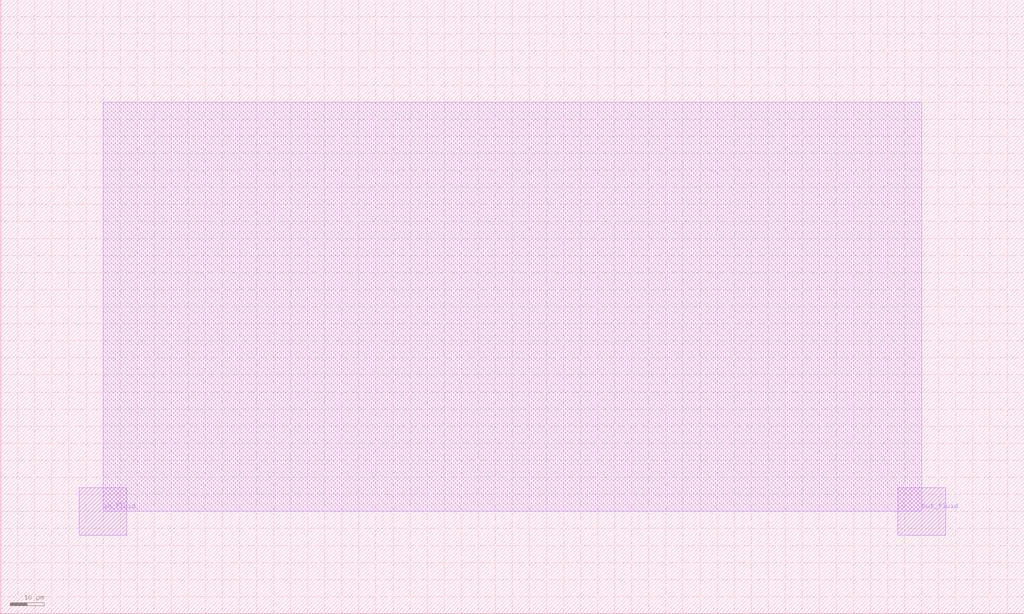
<source format=lef>
 
MACRO serpentine_200_100px_0
  CLASS CORE ;
  ORIGIN  0 0 ;
  FOREIGN serpentine_200_100px_0 0 0 ;
  SIZE 300 BY 180 ;
  SYMMETRY X Y ;
  SITE CoreSite ;
  PIN in_fluid
    DIRECTION INPUT ;
    USE SIGNAL ;
    PORT
      LAYER met1 ;
        RECT 23 23 37 37 ;
    END
  END in_fluid
  PIN out_fluid
    DIRECTION OUTPUT ;
    USE SIGNAL ;
    PORT
      LAYER met1 ;
        RECT 263 23 277 37 ;
    END
  END out_fluid
  OBS
    LAYER met1 ;
      RECT 30 30 270 150 ;
  END
  PROPERTY CatenaDesignType "deviceLevel" ;
END serpentine_200_100px_0

</source>
